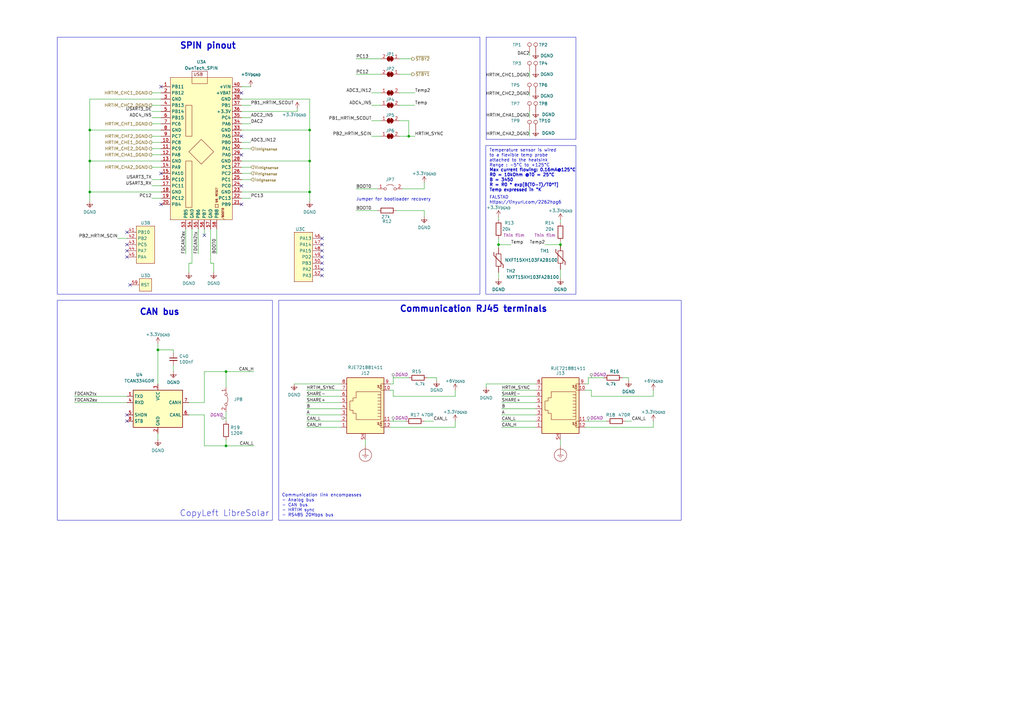
<source format=kicad_sch>
(kicad_sch (version 20250114) (generator "eeschema") (generator_version "9.0")
  (paper "A3")
  (title_block (title "Micro-inverter - 400W") (date "2024-02-06") (comment 1 "JAL"))
  (rectangle (start 199.263 59.69) (end 236.22 120.65))
  (rectangle (start 23.495 123.19) (end 111.76 213.36))
  (rectangle (start 199.39 15.24) (end 236.22 57.15))
  (rectangle (start 23.495 15.24) (end 196.85 120.65))
  (rectangle (start 114.3 123.19) (end 279.4 213.36))
  (text "CopyLeft LibreSolar\n" (at 73.66 212.09 0) (effects (font (size 2.4892 2.4892)) (justify left bottom)))
  (text "Communication link encompasses \n- Analog bus \n- CAN bus \n- HRTIM sync\n- RS485 20Mbps bus" (at 115.57 212.09 0) (effects (font (size 1.27 1.27)) (justify left bottom)))
  (text "Jumper for bootloader recovery" (at 146.05 82.55 0) (effects (font (size 1.27 1.27)) (justify left bottom)))
  (text "Temperature sensor is wired\nto a flexible temp probe \nattached to the heatsink\nRange : -5°C to +125°C" (at 200.66 68.58 0) (effects (font (size 1.27 1.27)) (justify left bottom)))
  (text "CAN bus" (at 57.15 129.54 0) (effects (font (size 2.54 2.54) (thickness 0.508) (bold yes)) (justify left bottom)))
  (text "Communication RJ45 terminals " (at 163.83 128.27 0) (effects (font (size 2.54 2.54) (thickness 0.508) (bold yes)) (justify left bottom)))
  (text "FALSTAD\nhttps://tinyurl.com/2262hpg6" (at 200.66 83.82 0) (effects (font (size 1.27 1.27)) (justify left bottom)))
  (text "Max current flowing: 0.16mA@125°C\nR0 = 10kOhm @T0 = 25°C\nB = 3450\nR = R0 * exp[B(T0-T)/T0*T]\nTemp expressed in °K" (at 200.66 78.74 0) (effects (font (size 1.27 1.27) (thickness 0.254) (bold yes)) (justify left bottom)))
  (text "SPIN pinout" (at 73.66 20.32 0) (effects (font (size 2.54 2.54) (thickness 0.4978) (bold yes)) (justify left bottom)))
  (junction (at 127 78.74))
  (junction (at 167.64 55.88))
  (junction (at 92.71 182.88))
  (junction (at 204.47 100.33))
  (junction (at 229.87 100.33))
  (junction (at 64.77 143.51))
  (junction (at 36.83 66.04))
  (junction (at 36.83 53.34))
  (junction (at 36.83 78.74))
  (junction (at 127 53.34))
  (junction (at 127 66.04))
  (junction (at 92.71 152.4))
  (no_connect (at 132.08 97.79))
  (no_connect (at 99.06 38.1))
  (no_connect (at 99.06 63.5))
  (no_connect (at 132.08 102.87))
  (no_connect (at 132.08 107.95))
  (no_connect (at 52.07 102.87))
  (no_connect (at 99.06 83.82))
  (no_connect (at 132.08 105.41))
  (no_connect (at 99.06 55.88))
  (no_connect (at 99.06 76.2))
  (no_connect (at 66.04 71.12))
  (no_connect (at 52.07 170.18))
  (no_connect (at 132.08 110.49))
  (no_connect (at 132.08 113.03))
  (no_connect (at 83.82 96.52))
  (no_connect (at 66.04 35.56))
  (no_connect (at 52.07 100.33))
  (no_connect (at 66.04 83.82))
  (no_connect (at 132.08 100.33))
  (no_connect (at 53.34 116.84))
  (no_connect (at 52.07 105.41))
  (no_connect (at 52.07 95.25))
  (no_connect (at 52.07 172.72))
  (wire (pts (xy 186.69 160.02) (xy 186.69 162.56)))
  (wire (pts (xy 255.27 154.94) (xy 257.81 154.94)))
  (wire (pts (xy 99.06 60.96) (xy 102.87 60.96)))
  (wire (pts (xy 240.03 172.72) (xy 248.92 172.72)))
  (wire (pts (xy 62.23 76.2) (xy 66.04 76.2)))
  (wire (pts (xy 36.83 53.34) (xy 66.04 53.34)))
  (wire (pts (xy 62.23 60.96) (xy 66.04 60.96)))
  (wire (pts (xy 62.23 43.18) (xy 66.04 43.18)))
  (wire (pts (xy 62.23 38.1) (xy 66.04 38.1)))
  (wire (pts (xy 99.06 43.18) (xy 102.87 43.18)))
  (wire (pts (xy 205.74 162.56) (xy 219.71 162.56)))
  (wire (pts (xy 99.06 68.58) (xy 102.87 68.58)))
  (wire (pts (xy 223.52 100.33) (xy 229.87 100.33)))
  (wire (pts (xy 242.57 162.56) (xy 242.57 160.02)))
  (wire (pts (xy 173.99 77.47) (xy 165.1 77.47)))
  (wire (pts (xy 152.4 55.88) (xy 156.21 55.88)))
  (wire (pts (xy 62.23 81.28) (xy 66.04 81.28)))
  (wire (pts (xy 205.74 175.26) (xy 219.71 175.26)))
  (wire (pts (xy 205.74 160.02) (xy 219.71 160.02)))
  (wire (pts (xy 217.17 38.1) (xy 217.17 39.37)))
  (wire (pts (xy 217.17 45.72) (xy 217.17 48.26)))
  (wire (pts (xy 99.06 35.56) (xy 102.87 35.56)))
  (wire (pts (xy 168.91 24.13) (xy 163.83 24.13)))
  (wire (pts (xy 146.05 77.47) (xy 154.94 77.47)))
  (wire (pts (xy 161.29 154.94) (xy 167.64 154.94)))
  (wire (pts (xy 161.29 160.02) (xy 160.02 160.02)))
  (wire (pts (xy 62.23 58.42) (xy 66.04 58.42)))
  (wire (pts (xy 76.2 93.98) (xy 76.2 104.14)))
  (wire (pts (xy 92.71 168.91) (xy 92.71 172.72)))
  (wire (pts (xy 87.63 107.95) (xy 86.36 107.95)))
  (wire (pts (xy 99.06 81.28) (xy 102.87 81.28)))
  (wire (pts (xy 205.74 170.18) (xy 219.71 170.18)))
  (wire (pts (xy 242.57 160.02) (xy 240.03 160.02)))
  (wire (pts (xy 241.3 157.48) (xy 240.03 157.48)))
  (wire (pts (xy 83.82 152.4) (xy 83.82 165.1)))
  (wire (pts (xy 120.65 157.48) (xy 139.7 157.48)))
  (wire (pts (xy 199.39 157.48) (xy 199.39 158.75)))
  (wire (pts (xy 229.87 90.17) (xy 229.87 91.44)))
  (wire (pts (xy 83.82 170.18) (xy 83.82 182.88)))
  (wire (pts (xy 121.92 44.45) (xy 121.92 45.72)))
  (wire (pts (xy 162.56 86.36) (xy 173.99 86.36)))
  (wire (pts (xy 36.83 78.74) (xy 36.83 82.55)))
  (wire (pts (xy 62.23 63.5) (xy 66.04 63.5)))
  (wire (pts (xy 160.02 172.72) (xy 166.37 172.72)))
  (wire (pts (xy 125.73 167.64) (xy 139.7 167.64)))
  (wire (pts (xy 127 40.64) (xy 127 53.34)))
  (wire (pts (xy 83.82 182.88) (xy 92.71 182.88)))
  (wire (pts (xy 152.4 38.1) (xy 156.21 38.1)))
  (wire (pts (xy 152.4 43.18) (xy 156.21 43.18)))
  (wire (pts (xy 267.97 160.02) (xy 267.97 162.56)))
  (wire (pts (xy 229.87 110.49) (xy 229.87 114.3)))
  (wire (pts (xy 217.17 29.21) (xy 217.17 31.75)))
  (wire (pts (xy 83.82 165.1) (xy 77.47 165.1)))
  (wire (pts (xy 204.47 97.79) (xy 204.47 100.33)))
  (wire (pts (xy 36.83 66.04) (xy 66.04 66.04)))
  (wire (pts (xy 92.71 152.4) (xy 104.14 152.4)))
  (wire (pts (xy 257.81 154.94) (xy 257.81 156.21)))
  (wire (pts (xy 36.83 53.34) (xy 36.83 66.04)))
  (wire (pts (xy 30.48 165.1) (xy 52.07 165.1)))
  (wire (pts (xy 127 66.04) (xy 127 78.74)))
  (wire (pts (xy 78.74 107.95) (xy 78.74 93.98)))
  (wire (pts (xy 62.23 55.88) (xy 66.04 55.88)))
  (wire (pts (xy 125.73 170.18) (xy 139.7 170.18)))
  (wire (pts (xy 204.47 88.9) (xy 204.47 90.17)))
  (wire (pts (xy 167.64 55.88) (xy 167.64 49.53)))
  (wire (pts (xy 179.07 156.21) (xy 179.07 154.94)))
  (wire (pts (xy 256.54 172.72) (xy 259.08 172.72)))
  (wire (pts (xy 83.82 93.98) (xy 83.82 96.52)))
  (wire (pts (xy 163.83 49.53) (xy 167.64 49.53)))
  (wire (pts (xy 156.21 30.48) (xy 146.05 30.48)))
  (wire (pts (xy 62.23 68.58) (xy 66.04 68.58)))
  (wire (pts (xy 173.99 172.72) (xy 177.8 172.72)))
  (wire (pts (xy 88.9 93.98) (xy 88.9 104.14)))
  (wire (pts (xy 83.82 152.4) (xy 92.71 152.4)))
  (wire (pts (xy 125.73 175.26) (xy 139.7 175.26)))
  (wire (pts (xy 204.47 100.33) (xy 204.47 101.6)))
  (wire (pts (xy 219.71 172.72) (xy 205.74 172.72)))
  (wire (pts (xy 71.12 152.4) (xy 71.12 149.86)))
  (wire (pts (xy 229.87 180.34) (xy 229.87 182.88)))
  (wire (pts (xy 71.12 144.78) (xy 71.12 143.51)))
  (wire (pts (xy 139.7 172.72) (xy 125.73 172.72)))
  (wire (pts (xy 92.71 152.4) (xy 92.71 158.75)))
  (wire (pts (xy 121.92 45.72) (xy 99.06 45.72)))
  (wire (pts (xy 99.06 40.64) (xy 127 40.64)))
  (wire (pts (xy 186.69 162.56) (xy 161.29 162.56)))
  (wire (pts (xy 170.18 55.88) (xy 167.64 55.88)))
  (wire (pts (xy 77.47 107.95) (xy 77.47 111.76)))
  (wire (pts (xy 36.83 66.04) (xy 36.83 78.74)))
  (wire (pts (xy 64.77 177.8) (xy 64.77 180.34)))
  (wire (pts (xy 99.06 78.74) (xy 127 78.74)))
  (wire (pts (xy 92.71 182.88) (xy 104.14 182.88)))
  (wire (pts (xy 99.06 53.34) (xy 127 53.34)))
  (wire (pts (xy 64.77 143.51) (xy 71.12 143.51)))
  (wire (pts (xy 36.83 40.64) (xy 36.83 53.34)))
  (wire (pts (xy 36.83 40.64) (xy 66.04 40.64)))
  (wire (pts (xy 175.26 154.94) (xy 179.07 154.94)))
  (wire (pts (xy 62.23 50.8) (xy 66.04 50.8)))
  (wire (pts (xy 64.77 143.51) (xy 64.77 157.48)))
  (wire (pts (xy 99.06 50.8) (xy 102.87 50.8)))
  (wire (pts (xy 77.47 107.95) (xy 78.74 107.95)))
  (wire (pts (xy 99.06 73.66) (xy 102.87 73.66)))
  (wire (pts (xy 125.73 162.56) (xy 139.7 162.56)))
  (wire (pts (xy 241.3 154.94) (xy 247.65 154.94)))
  (wire (pts (xy 267.97 172.72) (xy 267.97 175.26)))
  (wire (pts (xy 127 78.74) (xy 127 82.55)))
  (wire (pts (xy 161.29 162.56) (xy 161.29 160.02)))
  (wire (pts (xy 156.21 24.13) (xy 146.05 24.13)))
  (wire (pts (xy 205.74 167.64) (xy 219.71 167.64)))
  (wire (pts (xy 199.39 157.48) (xy 219.71 157.48)))
  (wire (pts (xy 149.86 180.34) (xy 149.86 182.88)))
  (wire (pts (xy 217.17 53.34) (xy 217.17 55.88)))
  (wire (pts (xy 127 53.34) (xy 127 66.04)))
  (wire (pts (xy 92.71 180.34) (xy 92.71 182.88)))
  (wire (pts (xy 62.23 73.66) (xy 66.04 73.66)))
  (wire (pts (xy 186.69 172.72) (xy 186.69 175.26)))
  (wire (pts (xy 125.73 160.02) (xy 139.7 160.02)))
  (wire (pts (xy 161.29 157.48) (xy 160.02 157.48)))
  (wire (pts (xy 146.05 86.36) (xy 154.94 86.36)))
  (wire (pts (xy 161.29 154.94) (xy 161.29 157.48)))
  (wire (pts (xy 242.57 162.56) (xy 267.97 162.56)))
  (wire (pts (xy 168.91 30.48) (xy 163.83 30.48)))
  (wire (pts (xy 99.06 48.26) (xy 102.87 48.26)))
  (wire (pts (xy 125.73 165.1) (xy 139.7 165.1)))
  (wire (pts (xy 241.3 154.94) (xy 241.3 157.48)))
  (wire (pts (xy 64.77 140.97) (xy 64.77 143.51)))
  (wire (pts (xy 217.17 21.59) (xy 217.17 22.86)))
  (wire (pts (xy 240.03 175.26) (xy 267.97 175.26)))
  (wire (pts (xy 81.28 93.98) (xy 81.28 104.14)))
  (wire (pts (xy 163.83 43.18) (xy 170.18 43.18)))
  (wire (pts (xy 48.26 97.79) (xy 52.07 97.79)))
  (wire (pts (xy 229.87 100.33) (xy 229.87 101.6)))
  (wire (pts (xy 173.99 74.93) (xy 173.99 77.47)))
  (wire (pts (xy 86.36 107.95) (xy 86.36 93.98)))
  (wire (pts (xy 77.47 170.18) (xy 83.82 170.18)))
  (wire (pts (xy 99.06 66.04) (xy 127 66.04)))
  (wire (pts (xy 152.4 49.53) (xy 156.21 49.53)))
  (wire (pts (xy 87.63 107.95) (xy 87.63 111.76)))
  (wire (pts (xy 173.99 86.36) (xy 173.99 88.9)))
  (wire (pts (xy 66.04 78.74) (xy 36.83 78.74)))
  (wire (pts (xy 204.47 100.33) (xy 209.55 100.33)))
  (wire (pts (xy 229.87 99.06) (xy 229.87 100.33)))
  (wire (pts (xy 99.06 58.42) (xy 102.87 58.42)))
  (wire (pts (xy 160.02 175.26) (xy 186.69 175.26)))
  (wire (pts (xy 30.48 162.56) (xy 52.07 162.56)))
  (wire (pts (xy 205.74 165.1) (xy 219.71 165.1)))
  (wire (pts (xy 62.23 45.72) (xy 66.04 45.72)))
  (wire (pts (xy 163.83 55.88) (xy 167.64 55.88)))
  (wire (pts (xy 163.83 38.1) (xy 170.18 38.1)))
  (wire (pts (xy 204.47 111.76) (xy 204.47 114.3)))
  (wire (pts (xy 62.23 48.26) (xy 66.04 48.26)))
  (wire (pts (xy 99.06 71.12) (xy 102.87 71.12)))
  (label "PC13" (at 146.05 24.13 0))
  (label "PB2_HRTIM_SCIN" (at 152.4 55.88 180))
  (label "CAN_H" (at 205.74 175.26 0))
  (label "CAN_L" (at 125.73 172.72 0))
  (label "CAN_L" (at 177.8 172.72 0))
  (label "ADC2_IN5" (at 102.87 48.26 0))
  (label "HRTIM_CHC2_DGND" (at 217.17 39.37 180))
  (label "PB1_HRTIM_SCOUT" (at 152.4 49.53 180))
  (label "SHARE+" (at 125.73 165.1 0))
  (label "HRTIM_SYNC" (at 125.73 160.02 0))
  (label "B" (at 125.73 167.64 0))
  (label "HRTIM_SYNC" (at 170.18 55.88 0))
  (label "ADC3_IN12" (at 102.87 58.42 0))
  (label "ADC4_IN5" (at 62.23 48.26 180))
  (label "Temp2" (at 223.52 100.33 180))
  (label "ADC3_IN12" (at 152.4 38.1 180))
  (label "B" (at 205.74 167.64 0))
  (label "A" (at 125.73 170.18 0))
  (label "CAN_H" (at 104.14 152.4 180))
  (label "BOOT0" (at 88.9 104.14 90))
  (label "A" (at 205.74 170.18 0))
  (label "CAN_H" (at 125.73 175.26 0))
  (label "SHARE+" (at 205.74 165.1 0))
  (label "PC12" (at 146.05 30.48 0))
  (label "SHARE-" (at 125.73 162.56 0))
  (label "BOOT0" (at 146.05 77.47 0))
  (label "Temp" (at 170.18 43.18 0))
  (label "FDCAN2_{RX}" (at 76.2 104.14 90))
  (label "HRTIM_CHC1_DGND" (at 217.17 31.75 180))
  (label "CAN_L" (at 205.74 172.72 0))
  (label "HRTIM_SYNC" (at 205.74 160.02 0))
  (label "USART3_DE" (at 62.23 45.72 180))
  (label "DAC2" (at 102.87 50.8 0))
  (label "DAC2" (at 217.17 22.86 180))
  (label "Temp2" (at 170.18 38.1 0))
  (label "ADC4_IN5" (at 152.4 43.18 180))
  (label "CAN_L" (at 104.14 182.88 180))
  (label "BOOT0" (at 146.05 86.36 0))
  (label "SHARE-" (at 205.74 162.56 0))
  (label "HRTIM_CHA2_DGND" (at 217.17 55.88 180))
  (label "USART3_RX" (at 62.23 76.2 180))
  (label "PC12" (at 62.23 81.28 180))
  (label "FDCAN2_{RX}" (at 30.48 165.1 0))
  (label "PB2_HRTIM_SCIN" (at 48.26 97.79 180))
  (label "USART3_TX" (at 62.23 73.66 180))
  (label "HRTIM_CHA1_DGND" (at 217.17 48.26 180))
  (label "CAN_L" (at 259.08 172.72 0))
  (label "FDCAN2_{TX}" (at 30.48 162.56 0))
  (label "FDCAN2_{TX}" (at 81.28 104.14 90))
  (label "PC13" (at 102.87 81.28 0))
  (label "PB1_HRTIM_SCOUT" (at 102.87 43.18 0))
  (label "Temp" (at 209.55 100.33 0))
  (hierarchical_label "HRTIM_CHF2_DGND" (shape output) (at 62.23 55.88 180))
  (hierarchical_label "HRTIM_CHF1_DGND" (shape output) (at 62.23 50.8 180))
  (hierarchical_label "HRTIM_CHA2_DGND" (shape output) (at 62.23 68.58 180))
  (hierarchical_label "~{STBY2}" (shape output) (at 168.91 24.13 0))
  (hierarchical_label "HRTIM_CHA1_DGND" (shape output) (at 62.23 63.5 180))
  (hierarchical_label "I_{IIHighsense}" (shape input) (at 102.87 60.96 0))
  (hierarchical_label "V_{IIHighsense}" (shape input) (at 102.87 68.58 0))
  (hierarchical_label "I_{IHighsense}" (shape input) (at 102.87 73.66 0))
  (hierarchical_label "V_{IHighsense}" (shape input) (at 102.87 71.12 0))
  (hierarchical_label "HRTIM_CHE2_DGND" (shape output) (at 62.23 60.96 180))
  (hierarchical_label "HRTIM_CHC1_DGND" (shape output) (at 62.23 38.1 180))
  (hierarchical_label "HRTIM_CHE1_DGND" (shape output) (at 62.23 58.42 180))
  (hierarchical_label "HRTIM_CHC2_DGND" (shape output) (at 62.23 43.18 180))
  (hierarchical_label "~{STBY1}" (shape output) (at 168.91 30.48 0))
  (netclass_flag "" (length 1.27) (shape round) (at 161.29 154.94 0) (property "Netclass" "DGND" (at 161.9885 153.67 0) (effects (font (italic yes)) (justify left))))
  (netclass_flag "" (length 1.27) (shape round) (at 241.3 172.72 0) (property "Netclass" "DGND" (at 241.9985 171.45 0) (effects (font (italic yes)) (justify left))))
  (netclass_flag "" (length 1.27) (shape round) (at 92.71 171.45 90) (property "Netclass" "DGND" (at 86.106 170.18 0) (effects (font (italic yes)) (justify left))))
  (netclass_flag "" (length 1.27) (shape round) (at 242.57 154.94 0) (property "Netclass" "DGND" (at 243.2685 153.67 0) (effects (font (italic yes)) (justify left))))
  (netclass_flag "" (length 1.27) (shape round) (at 161.29 172.72 0) (property "Netclass" "DGND" (at 161.9885 171.45 0) (effects (font (italic yes)) (justify left))))
  (symbol (lib_id "Symbols:DGND") (at 173.99 88.9 0) (unit 1)
    (property "Reference" "#PWR023" (effects (hide yes)))
    (property "Value" "DGND" (at 173.99 93.345 0))
  )
  (symbol (lib_id "Connector:RJ45_LED_Shielded") (at 149.86 167.64 0) (mirror y) (unit 1)
    (property "Reference" "J12" (at 149.86 153.035 0))
    (property "Value" "RJE721881411" (at 149.86 150.7236 0))
    (property "Footprint" "Footprints:ethernet_RJE721881411" (effects (hide yes)))
    (property "Datasheet" "${KIPRJMOD}\\datasheet\\io-modjack-rje72.pdf" (effects (hide yes)))
    (property "manf#" "RJE721881411" (effects (hide yes)))
    (property "Functional Block" "Communication" (effects (hide yes)))
    (property "Subfunction" "RJ45 Connector" (effects (hide yes)))
  )
  (symbol (lib_id "Symbols:DGND") (at 199.39 158.75 0) (unit 1)
    (property "Reference" "#PWR035" (effects (hide yes)))
    (property "Value" "DGND" (at 199.39 163.195 0))
  )
  (symbol (lib_id "Connector:TestPoint") (at 217.17 38.1 0) (unit 1) (on_board no)
    (property "Reference" "TP5" (at 209.55 34.925 0) (effects (justify left)))
    (property "Value" "TestPoint" (effects (hide yes)))
    (property "Footprint" "Footprints:TestPoint_THTPad_D1.5mm_Drill0.7mm" (effects (hide yes)))
    (property "DNP" "x" (effects (hide yes)))
  )
  (symbol (lib_id "Device:R") (at 92.71 176.53 0) (unit 1)
    (property "Reference" "R19" (at 94.488 175.3616 0) (effects (justify left)))
    (property "Value" "120R" (at 94.488 177.673 0) (effects (justify left)))
    (property "Footprint" "Footprints:R_0805_2012Metric" (effects (hide yes)))
    (property "Datasheet" "${KIPRJMOD}\\datasheet\\cr-1858361.pdf" (effects (hide yes)))
    (property "manf#" "CR0805-FX-1200ELF" (effects (hide yes)))
    (property "Functional Block" "Communication" (effects (hide yes)))
    (property "Metal content" "NiCr" (effects (hide yes)))
    (property "Subfunction" "CAN bus" (effects (hide yes)))
    (property "Package" "0805" (effects (hide yes)))
    (property "Technology" "Thick film" (effects (hide yes)))
  )
  (symbol (lib_id "Jumper:SolderJumper_2_Bridged") (at 160.02 49.53 0) (unit 1)
    (property "Reference" "JP5" (at 160.02 47.244 0))
    (property "Value" "Jumper_2_Bridged" (effects (hide yes)))
    (property "Footprint" "Jumper:SolderJumper-2_P1.3mm_Bridged_RoundedPad1.0x1.5mm" (effects (hide yes)))
    (property "DNP" "x" (effects (hide yes)))
    (property "Functional Block" "Communication" (effects (hide yes)))
    (property "Subfunction" "HRTIM Sync" (effects (hide yes)))
  )
  (symbol (lib_id "Symbols:+12V_PGND") (at 102.87 35.56 0) (unit 1) (in_bom no) (on_board no)
    (property "Reference" "#PWR015" (effects (hide yes)))
    (property "Value" "+5V_{DGND}" (at 102.87 30.48 0))
  )
  (symbol (lib_id "Symbols:DGND") (at 127 82.55 0) (unit 1)
    (property "Reference" "#PWR022" (effects (hide yes)))
    (property "Value" "DGND" (at 127 86.995 0))
  )
  (symbol (lib_id "Device:R") (at 251.46 154.94 90) (mirror x) (unit 1)
    (property "Reference" "R16" (at 254 152.4 90) (effects (justify left)))
    (property "Value" "4.7k" (at 252.73 157.48 90) (effects (justify left)))
    (property "Footprint" "Footprints:R_0805_2012Metric" (effects (hide yes)))
    (property "Datasheet" "${KIPRJMOD}\\datasheet\\cr-1858361.pdf" (effects (hide yes)))
    (property "manf#" "CR0805-FX-4701ELF" (effects (hide yes)))
    (property "Functional Block" "Communication" (effects (hide yes)))
    (property "Metal content" "NiCr" (effects (hide yes)))
    (property "Subfunction" "Analog bus" (effects (hide yes)))
    (property "Package" "0805" (effects (hide yes)))
    (property "Technology" "Thick film" (effects (hide yes)))
  )
  (symbol (lib_id "Symbols:DGND") (at 219.71 45.72 0) (unit 1)
    (property "Reference" "#PWR018" (effects (hide yes)))
    (property "Value" "DGND" (at 222.25 46.9899 0) (effects (justify left)))
  )
  (symbol (lib_id "Symbols:DGND") (at 229.87 114.3 0) (unit 1)
    (property "Reference" "#PWR029" (effects (hide yes)))
    (property "Value" "DGND" (at 229.87 118.745 0))
  )
  (symbol (lib_id "Connector:TestPoint") (at 219.71 53.34 0) (unit 1) (on_board no)
    (property "Reference" "TP10" (at 220.98 49.53 0) (effects (justify left)))
    (property "Value" "TestPoint" (effects (hide yes)))
    (property "Footprint" "Footprints:TestPoint_THTPad_D1.5mm_Drill0.7mm" (effects (hide yes)))
    (property "DNP" "x" (effects (hide yes)))
  )
  (symbol (lib_id "Symbols:DGND") (at 219.71 21.59 0) (unit 1)
    (property "Reference" "#PWR013" (effects (hide yes)))
    (property "Value" "DGND" (at 221.615 22.8599 0) (effects (justify left)))
  )
  (symbol (lib_id "Symbols:+3.3V_DGND") (at 121.92 44.45 0) (unit 1) (in_bom no) (on_board no)
    (property "Reference" "#PWR017" (effects (hide yes)))
    (property "Value" "+3.3V_{DGND}" (at 120.65 46.99 0))
  )
  (symbol (lib_id "Connector:TestPoint") (at 219.71 21.59 0) (unit 1) (on_board no)
    (property "Reference" "TP2" (at 220.98 18.415 0) (effects (justify left)))
    (property "Value" "TestPoint" (effects (hide yes)))
    (property "Footprint" "Footprints:TestPoint_THTPad_D1.5mm_Drill0.7mm" (effects (hide yes)))
    (property "DNP" "x" (effects (hide yes)))
  )
  (symbol (lib_id "Device:R") (at 171.45 154.94 270) (mirror x) (unit 1)
    (property "Reference" "R15" (at 168.91 152.4 90) (effects (justify left)))
    (property "Value" "4.7k" (at 170.18 157.48 90) (effects (justify left)))
    (property "Footprint" "Footprints:R_0805_2012Metric" (effects (hide yes)))
    (property "Datasheet" "${KIPRJMOD}\\datasheet\\cr-1858361.pdf" (effects (hide yes)))
    (property "manf#" "CR0805-FX-4701ELF" (effects (hide yes)))
    (property "Functional Block" "Communication" (effects (hide yes)))
    (property "Metal content" "NiCr" (effects (hide yes)))
    (property "Subfunction" "Analog bus" (effects (hide yes)))
    (property "Package" "0805" (effects (hide yes)))
    (property "Technology" "Thick film" (effects (hide yes)))
  )
  (symbol (lib_id "Symbols:+3.3V_DGND") (at 267.97 172.72 0) (unit 1) (in_bom no) (on_board no)
    (property "Reference" "#PWR039" (effects (hide yes)))
    (property "Value" "+3.3V_{DGND}" (at 267.97 168.91 0))
  )
  (symbol (lib_id "Jumper:Jumper_2_Open") (at 160.02 77.47 0) (unit 1)
    (property "Reference" "JP7" (at 160.02 73.66 0))
    (property "Value" "Jumper_2_Open" (effects (hide yes)))
    (property "Footprint" "Connector_PinHeader_2.54mm:PinHeader_1x02_P2.54mm_Vertical" (effects (hide yes)))
  )
  (symbol (lib_id "Symbols:DGND") (at 179.07 156.21 0) (unit 1)
    (property "Reference" "#PWR032" (effects (hide yes)))
    (property "Value" "DGND" (at 179.07 160.02 0))
  )
  (symbol (lib_id "Symbols:DGND") (at 219.71 53.34 0) (unit 1)
    (property "Reference" "#PWR019" (effects (hide yes)))
    (property "Value" "DGND" (at 222.25 54.6099 0) (effects (justify left)))
  )
  (symbol (lib_id "power:Earth_Protective") (at 149.86 182.88 0) (mirror y) (unit 1) (on_board no)
    (property "Reference" "#PWR041" (effects (hide yes)))
    (property "Value" "Earth_Protective" (effects (hide yes)))
  )
  (symbol (lib_id "Symbols:DGND") (at 36.83 82.55 0) (unit 1)
    (property "Reference" "#PWR021" (effects (hide yes)))
    (property "Value" "DGND" (at 36.83 86.995 0))
  )
  (symbol (lib_id "Device:C_Small") (at 71.12 147.32 0) (unit 1)
    (property "Reference" "C40" (at 73.4568 146.1516 0) (effects (justify left)))
    (property "Value" "100nF" (at 73.4568 148.463 0) (effects (justify left)))
    (property "Footprint" "Capacitor_SMD:C_1206_3216Metric" (effects (hide yes)))
    (property "Datasheet" "${KIPRJMOD}\\datasheet\\KEM_C1002_X7R_SMD-3316098.pdf" (effects (hide yes)))
    (property "manf#" "C1206C104K5RAC7867" (effects (hide yes)))
    (property "Functional Block" "Communication" (effects (hide yes)))
    (property "Metal content" "BaTiO3" (effects (hide yes)))
    (property "Subfunction" "CAN bus" (effects (hide yes)))
    (property "Package" "1206" (effects (hide yes)))
    (property "Dielectric" "X7R" (effects (hide yes)))
    (property "Voltage" "50V" (effects (hide yes)))
    (property "LCSC" "C5449000" (effects (hide yes)))
  )
  (symbol (lib_id "Connector:RJ45_LED_Shielded") (at 229.87 167.64 0) (mirror y) (unit 1)
    (property "Reference" "J13" (at 229.87 153.035 0))
    (property "Value" "RJE721881411" (at 233.045 151.13 0))
    (property "Footprint" "Footprints:ethernet_RJE721881411" (effects (hide yes)))
    (property "Datasheet" "${KIPRJMOD}\\datasheet\\io-modjack-rje72.pdf" (effects (hide yes)))
    (property "manf#" "RJE721881411" (effects (hide yes)))
    (property "Functional Block" "Communication" (effects (hide yes)))
    (property "Subfunction" "RJ45 Connector" (effects (hide yes)))
  )
  (symbol (lib_name "OwnTech_SPIN_2") (lib_id "Symbols:OwnTech_SPIN") (at 128.27 95.25 0) (mirror y) (unit 3)
    (property "Reference" "U3" (at 123.19 93.98 0))
    (property "Value" "OwnTech_SPIN" (effects (hide yes)))
    (property "Footprint" "Footprints:OwnTech_SPINTHT" (effects (hide yes)))
    (property "manf#" "SPIN" (effects (hide yes)))
  )
  (symbol (lib_id "Symbols:DGND") (at 257.81 156.21 0) (unit 1)
    (property "Reference" "#PWR033" (effects (hide yes)))
    (property "Value" "DGND" (at 257.81 160.655 0))
  )
  (symbol (lib_id "Connector:TestPoint") (at 219.71 45.72 0) (unit 1) (on_board no)
    (property "Reference" "TP8" (at 220.98 42.545 0) (effects (justify left)))
    (property "Value" "TestPoint" (effects (hide yes)))
    (property "Footprint" "Footprints:TestPoint_THTPad_D1.5mm_Drill0.7mm" (effects (hide yes)))
    (property "DNP" "x" (effects (hide yes)))
  )
  (symbol (lib_id "Jumper:Jumper_2_Bridged") (at 92.71 163.83 270) (unit 1)
    (property "Reference" "JP8" (at 95.885 163.83 90) (effects (justify left)))
    (property "Value" "Jumper" (effects (hide yes)))
    (property "Footprint" "Connector_PinHeader_2.54mm:PinHeader_1x02_P2.54mm_Vertical" (effects (hide yes)))
    (property "Datasheet" "${KIPRJMOD}\\datasheet\\eEH.pdf" (effects (hide yes)))
    (property "DNP" "x" (effects (hide yes)))
    (property "Functional Block" "Communication" (effects (hide yes)))
    (property "Subfunction" "CAN bus" (effects (hide yes)))
    (property "manf#" "10129378-902001BLF" (effects (hide yes)))
  )
  (symbol (lib_id "Connector:TestPoint") (at 219.71 29.21 0) (unit 1) (on_board no)
    (property "Reference" "TP4" (at 220.98 26.035 0) (effects (justify left)))
    (property "Value" "TestPoint" (effects (hide yes)))
    (property "Footprint" "Footprints:TestPoint_THTPad_D1.5mm_Drill0.7mm" (effects (hide yes)))
    (property "DNP" "x" (effects (hide yes)))
  )
  (symbol (lib_id "Jumper:SolderJumper_2_Bridged") (at 160.02 24.13 0) (mirror y) (unit 1)
    (property "Reference" "JP1" (at 160.02 22.225 0))
    (property "Value" "Jumper_2_Bridged" (effects (hide yes)))
    (property "Footprint" "Jumper:SolderJumper-2_P1.3mm_Bridged_RoundedPad1.0x1.5mm" (effects (hide yes)))
    (property "DNP" "x" (effects (hide yes)))
    (property "Functional Block" "Driver" (effects (hide yes)))
    (property "Subfunction" "STBY driver" (effects (hide yes)))
  )
  (symbol (lib_id "Device:R") (at 229.87 95.25 180) (unit 1)
    (property "Reference" "R14" (at 227.33 91.44 0) (effects (justify left)))
    (property "Value" "20k" (at 227.33 93.98 0) (effects (justify left)))
    (property "Footprint" "Footprints:R_0805_2012Metric" (effects (hide yes)))
    (property "Datasheet" "${KIPRJMOD}\\datasheet\\PYu_RT_1_to_0_01_RoHS_L_12-3003070.pdf" (effects (hide yes)))
    (property "manf#" "RT0805DRD0720KL" (effects (hide yes)))
    (property "Functional Block" "Measurement" (effects (hide yes)))
    (property "Metal content" "NiCr" (effects (hide yes)))
    (property "Subfunction" "Temp Measure" (effects (hide yes)))
    (property "Package" "0805" (effects (hide yes)))
    (property "Technology" "Thin film" (at 223.52 96.52 0))
  )
  (symbol (lib_id "Jumper:SolderJumper_2_Bridged") (at 160.02 30.48 0) (mirror y) (unit 1)
    (property "Reference" "JP2" (at 160.02 28.194 0))
    (property "Value" "Jumper_2_Bridged" (effects (hide yes)))
    (property "Footprint" "Jumper:SolderJumper-2_P1.3mm_Bridged_RoundedPad1.0x1.5mm" (effects (hide yes)))
    (property "DNP" "x" (effects (hide yes)))
    (property "Functional Block" "Driver" (effects (hide yes)))
    (property "Subfunction" "STBY driver" (effects (hide yes)))
  )
  (symbol (lib_name "OwnTech_SPIN_3") (lib_id "Symbols:OwnTech_SPIN") (at 57.15 114.3 0) (unit 4)
    (property "Reference" "U3" (at 59.69 113.03 0))
    (property "Value" "OwnTech_SPIN" (effects (hide yes)))
    (property "Footprint" "Footprints:OwnTech_SPINTHT" (effects (hide yes)))
    (property "manf#" "SPIN" (effects (hide yes)))
  )
  (symbol (lib_id "Symbols:+3.3V_DGND") (at 173.99 74.93 0) (unit 1) (in_bom no) (on_board no)
    (property "Reference" "#PWR020" (effects (hide yes)))
    (property "Value" "+3.3V_{DGND}" (at 173.99 71.12 0))
  )
  (symbol (lib_id "Symbols:DGND") (at 219.71 38.1 0) (unit 1)
    (property "Reference" "#PWR016" (effects (hide yes)))
    (property "Value" "DGND" (at 221.615 39.3699 0) (effects (justify left)))
  )
  (symbol (lib_id "Device:R") (at 204.47 93.98 180) (unit 1)
    (property "Reference" "R13" (at 210.82 91.44 0) (effects (justify left)))
    (property "Value" "20k" (at 209.55 93.98 0) (effects (justify left)))
    (property "Footprint" "Footprints:R_0805_2012Metric" (effects (hide yes)))
    (property "Datasheet" "${KIPRJMOD}\\datasheet\\PYu_RT_1_to_0_01_RoHS_L_12-3003070.pdf" (effects (hide yes)))
    (property "manf#" "RT0805DRD0720KL" (effects (hide yes)))
    (property "Functional Block" "Measurement" (effects (hide yes)))
    (property "Metal content" "NiCr" (effects (hide yes)))
    (property "Subfunction" "Temp Measure" (effects (hide yes)))
    (property "Package" "0805" (effects (hide yes)))
    (property "Technology" "Thin film" (at 210.82 96.52 0))
  )
  (symbol (lib_id "Symbols:DGND") (at 120.65 157.48 0) (unit 1)
    (property "Reference" "#PWR034" (effects (hide yes)))
    (property "Value" "DGND" (at 120.65 161.925 0))
  )
  (symbol (lib_id "Jumper:SolderJumper_2_Bridged") (at 160.02 55.88 0) (unit 1)
    (property "Reference" "JP6" (at 160.02 53.594 0))
    (property "Value" "Jumper_2_Bridged" (effects (hide yes)))
    (property "Footprint" "Jumper:SolderJumper-2_P1.3mm_Bridged_RoundedPad1.0x1.5mm" (effects (hide yes)))
    (property "DNP" "x" (effects (hide yes)))
    (property "Functional Block" "Communication" (effects (hide yes)))
    (property "Subfunction" "HRTIM Sync" (effects (hide yes)))
  )
  (symbol (lib_id "Device:R") (at 252.73 172.72 90) (unit 1)
    (property "Reference" "R18" (at 250.444 170.18 90))
    (property "Value" "470R" (at 256.032 170.18 90))
    (property "Footprint" "Footprints:R_0805_2012Metric" (effects (hide yes)))
    (property "Datasheet" "${KIPRJMOD}\\datasheet\\cr-1858361.pdf" (effects (hide yes)))
    (property "manf#" "CR0805-FX-4700ELF" (effects (hide yes)))
    (property "Functional Block" "Feeder" (effects (hide yes)))
    (property "Metal content" "NiCr" (effects (hide yes)))
    (property "Subfunction" "+6V / DGND supply" (effects (hide yes)))
    (property "Package" "0805" (effects (hide yes)))
    (property "Technology" "Thick film" (effects (hide yes)))
  )
  (symbol (lib_id "Jumper:SolderJumper_2_Bridged") (at 160.02 43.18 0) (unit 1)
    (property "Reference" "JP4" (at 160.02 40.894 0))
    (property "Value" "Jumper_2_Bridged" (effects (hide yes)))
    (property "Footprint" "Jumper:SolderJumper-2_P1.3mm_Bridged_RoundedPad1.0x1.5mm" (effects (hide yes)))
    (property "DNP" "x" (effects (hide yes)))
    (property "Functional Block" "Measurement" (effects (hide yes)))
    (property "Subfunction" "Temp Measure" (effects (hide yes)))
  )
  (symbol (lib_id "Symbols:+3.3V_DGND") (at 204.47 88.9 0) (unit 1) (in_bom no) (on_board no)
    (property "Reference" "#PWR024" (effects (hide yes)))
    (property "Value" "+3.3V_{DGND}" (at 204.47 85.09 0))
  )
  (symbol (lib_id "Symbols:DGND") (at 204.47 114.3 0) (unit 1)
    (property "Reference" "#PWR028" (effects (hide yes)))
    (property "Value" "DGND" (at 204.47 118.745 0))
  )
  (symbol (lib_id "Connector:TestPoint") (at 219.71 38.1 0) (unit 1) (on_board no)
    (property "Reference" "TP6" (at 220.98 34.925 0) (effects (justify left)))
    (property "Value" "TestPoint" (effects (hide yes)))
    (property "Footprint" "Footprints:TestPoint_THTPad_D1.5mm_Drill0.7mm" (effects (hide yes)))
    (property "DNP" "x" (effects (hide yes)))
  )
  (symbol (lib_id "Symbols:+3.3V_DGND") (at 229.87 90.17 0) (unit 1) (in_bom no) (on_board no)
    (property "Reference" "#PWR025" (effects (hide yes)))
    (property "Value" "+3.3V_{DGND}" (at 229.87 86.36 0))
  )
  (symbol (lib_id "Symbols:+6V_DGND") (at 267.97 160.02 0) (unit 1) (in_bom no) (on_board no)
    (property "Reference" "#PWR037" (effects (hide yes)))
    (property "Value" "+6V_{DGND}" (at 267.97 156.21 0))
  )
  (symbol (lib_name "OwnTech_SPIN_1") (lib_id "Symbols:OwnTech_SPIN") (at 69.85 31.75 0) (unit 1)
    (property "Reference" "U3" (at 82.55 25.4 0))
    (property "Value" "OwnTech_SPIN" (at 82.55 27.94 0))
    (property "Footprint" "Footprints:OwnTech_SPINTHT" (effects (hide yes)))
    (property "manf#" "SPIN" (effects (hide yes)))
  )
  (symbol (lib_id "Symbols:DGND") (at 219.71 29.21 0) (unit 1)
    (property "Reference" "#PWR014" (effects (hide yes)))
    (property "Value" "DGND" (at 221.615 30.4799 0) (effects (justify left)))
  )
  (symbol (lib_id "Device:R") (at 158.75 86.36 90) (mirror x) (unit 1)
    (property "Reference" "R12" (at 160.655 90.805 90) (effects (justify left)))
    (property "Value" "27k" (at 160.02 88.9 90) (effects (justify left)))
    (property "Footprint" "Footprints:R_0805_2012Metric" (effects (hide yes)))
    (property "Datasheet" "${KIPRJMOD}\\datasheet\\cr-1858361.pdf" (effects (hide yes)))
    (property "manf#" "CR0805-FX-4701ELF" (effects (hide yes)))
    (property "Functional Block" "Communication" (effects (hide yes)))
    (property "Metal content" "NiCr" (effects (hide yes)))
    (property "Subfunction" "Analog bus" (effects (hide yes)))
    (property "Package" "0805" (effects (hide yes)))
    (property "Technology" "Thick film" (effects (hide yes)))
  )
  (symbol (lib_id "Symbols:+3.3V_DGND") (at 186.69 172.72 0) (unit 1) (in_bom no) (on_board no)
    (property "Reference" "#PWR038" (effects (hide yes)))
    (property "Value" "+3.3V_{DGND}" (at 186.69 168.91 0))
  )
  (symbol (lib_id "Interface_CAN_LIN:TCAN334") (at 64.77 167.64 0) (unit 1)
    (property "Reference" "U4" (at 57.15 153.67 0))
    (property "Value" "TCAN334GDR" (at 57.15 156.21 0))
    (property "Footprint" "Footprints:SOIC-8_3.9x4.9mm_P1.27mm" (effects (hide yes)))
    (property "Datasheet" "${KIPRJMOD}\\datasheet\\tcan334g.pdf" (effects (hide yes)))
    (property "manf#" "TCAN334GDR" (effects (hide yes)))
    (property "Functional Block" "Communication" (effects (hide yes)))
    (property "Subfunction" "CAN bus" (effects (hide yes)))
  )
  (symbol (lib_id "Device:R") (at 170.18 172.72 90) (unit 1)
    (property "Reference" "R17" (at 170.18 170.18 90))
    (property "Value" "470R" (at 175.26 170.18 90))
    (property "Footprint" "Footprints:R_0805_2012Metric" (effects (hide yes)))
    (property "Datasheet" "${KIPRJMOD}\\datasheet\\cr-1858361.pdf" (effects (hide yes)))
    (property "manf#" "CR0805-FX-4700ELF" (effects (hide yes)))
    (property "Functional Block" "Feeder" (effects (hide yes)))
    (property "Metal content" "NiCr" (effects (hide yes)))
    (property "Subfunction" "+6V / DGND supply" (effects (hide yes)))
    (property "Package" "0805" (effects (hide yes)))
    (property "Technology" "Thick film" (effects (hide yes)))
  )
  (symbol (lib_name "OwnTech_SPIN_2") (lib_id "Symbols:OwnTech_SPIN") (at 55.88 92.71 0) (unit 2)
    (property "Reference" "U3" (at 59.69 91.44 0))
    (property "Value" "OwnTech_SPIN" (effects (hide yes)))
    (property "Footprint" "Footprints:OwnTech_SPINTHT" (effects (hide yes)))
    (property "manf#" "SPIN" (effects (hide yes)))
  )
  (symbol (lib_id "Symbols:DGND") (at 71.12 152.4 0) (unit 1)
    (property "Reference" "#PWR031" (effects (hide yes)))
    (property "Value" "DGND" (at 71.12 156.845 0))
  )
  (symbol (lib_id "Connector:TestPoint") (at 217.17 21.59 0) (unit 1) (on_board no)
    (property "Reference" "TP1" (at 210.185 18.415 0) (effects (justify left)))
    (property "Value" "TestPoint" (effects (hide yes)))
    (property "Footprint" "Footprints:TestPoint_THTPad_D1.5mm_Drill0.7mm" (effects (hide yes)))
    (property "DNP" "x" (effects (hide yes)))
  )
  (symbol (lib_id "Symbols:DGND") (at 77.47 111.76 0) (unit 1)
    (property "Reference" "#PWR026" (effects (hide yes)))
    (property "Value" "DGND" (at 77.47 116.205 0))
  )
  (symbol (lib_id "Connector:TestPoint") (at 217.17 29.21 0) (unit 1) (on_board no)
    (property "Reference" "TP3" (at 210.185 26.035 0) (effects (justify left)))
    (property "Value" "TestPoint" (effects (hide yes)))
    (property "Footprint" "Footprints:TestPoint_THTPad_D1.5mm_Drill0.7mm" (effects (hide yes)))
    (property "DNP" "x" (effects (hide yes)))
  )
  (symbol (lib_id "Symbols:DGND") (at 87.63 111.76 0) (unit 1)
    (property "Reference" "#PWR027" (effects (hide yes)))
    (property "Value" "DGND" (at 87.63 116.205 0))
  )
  (symbol (lib_id "Jumper:SolderJumper_2_Bridged") (at 160.02 38.1 0) (unit 1)
    (property "Reference" "JP3" (effects (hide yes)))
    (property "Value" "Jumper_2_Bridged" (effects (hide yes)))
    (property "Footprint" "Jumper:SolderJumper-2_P1.3mm_Bridged_Pad1.0x1.5mm" (effects (hide yes)))
    (property "DNP" "x" (effects (hide yes)))
    (property "Functional Block" "Measurement" (effects (hide yes)))
    (property "Subfunction" "Temp Measure" (effects (hide yes)))
  )
  (symbol (lib_id "Connector:TestPoint") (at 217.17 53.34 0) (unit 1) (on_board no)
    (property "Reference" "TP9" (at 209.55 49.53 0) (effects (justify left)))
    (property "Value" "TestPoint" (effects (hide yes)))
    (property "Footprint" "Footprints:TestPoint_THTPad_D1.5mm_Drill0.7mm" (effects (hide yes)))
    (property "DNP" "x" (effects (hide yes)))
  )
  (symbol (lib_id "Symbols:+3.3V_DGND") (at 64.77 140.97 0) (unit 1) (in_bom no) (on_board no)
    (property "Reference" "#PWR030" (effects (hide yes)))
    (property "Value" "+3.3V_{DGND}" (at 64.77 137.16 0))
  )
  (symbol (lib_id "Symbols:DGND") (at 64.77 180.34 0) (unit 1)
    (property "Reference" "#PWR040" (effects (hide yes)))
    (property "Value" "DGND" (at 64.77 184.785 0))
  )
  (symbol (lib_id "power:Earth_Protective") (at 229.87 182.88 0) (mirror y) (unit 1) (on_board no)
    (property "Reference" "#PWR042" (effects (hide yes)))
    (property "Value" "Earth_Protective" (effects (hide yes)))
  )
  (symbol (lib_id "Connector:TestPoint") (at 217.17 45.72 0) (unit 1) (on_board no)
    (property "Reference" "TP7" (at 209.55 42.545 0) (effects (justify left)))
    (property "Value" "TestPoint" (effects (hide yes)))
    (property "Footprint" "Footprints:TestPoint_THTPad_D1.5mm_Drill0.7mm" (effects (hide yes)))
    (property "DNP" "x" (effects (hide yes)))
  )
  (symbol (lib_id "Device:Thermistor") (at 229.87 105.41 0) (unit 1)
    (property "Reference" "TH1" (at 221.615 102.87 0) (effects (justify left)))
    (property "Value" "NXFT15XH103FA2B100" (at 207.01 106.68 0) (effects (justify left)))
    (property "Footprint" "Connector_PinHeader_2.00mm:PinHeader_1x02_P2.00mm_Vertical" (effects (hide yes)))
    (property "Datasheet" "${KIPRJMOD}\\datasheet\\NXFT15XH103FA2B100-2936858.pdf" (effects (hide yes)))
    (property "manf#" "NXFT15XH103FA2B100 " (effects (hide yes)))
    (property "Functional Block" "Measurement" (effects (hide yes)))
    (property "Subfunction" "Temp Measure" (effects (hide yes)))
  )
  (symbol (lib_id "Device:Thermistor") (at 204.47 106.68 0) (unit 1)
    (property "Reference" "TH2" (at 207.645 111.125 0) (effects (justify left)))
    (property "Value" "NXFT15XH103FA2B100" (at 207.645 113.665 0) (effects (justify left)))
    (property "Footprint" "Connector_PinHeader_2.00mm:PinHeader_1x02_P2.00mm_Vertical" (effects (hide yes)))
    (property "Datasheet" "${KIPRJMOD}\\datasheet\\NXFT15XH103FA2B100-2936858.pdf" (effects (hide yes)))
    (property "manf#" "NXFT15XH103FA2B100 " (effects (hide yes)))
    (property "Functional Block" "Measurement" (effects (hide yes)))
    (property "Subfunction" "Temp Measure" (effects (hide yes)))
  )
  (symbol (lib_id "Symbols:+6V_DGND") (at 186.69 160.02 0) (unit 1) (in_bom no) (on_board no)
    (property "Reference" "#PWR036" (effects (hide yes)))
    (property "Value" "+6V_{DGND}" (at 186.69 156.21 0))
  )
)
</source>
